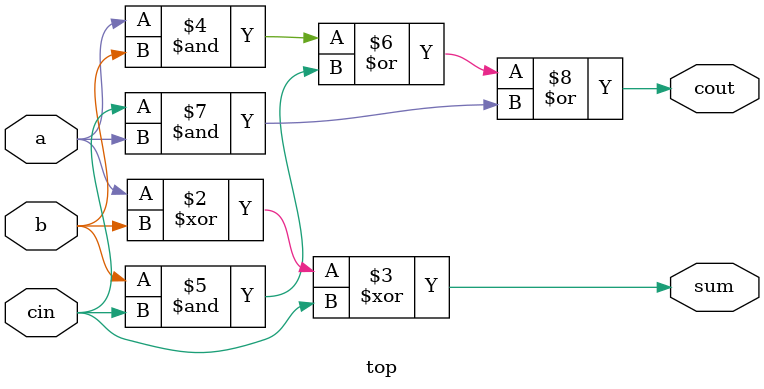
<source format=sv>
module top(
    input logic a,
    input logic b,
    input logic cin,
    output logic sum,
    output logic cout
);

    // Full Adder logic
    always_comb begin
        sum = a ^ b ^ cin;    // Sum is XOR of a, b, and cin
        cout = (a & b) | (b & cin) | (cin & a); // Carry out logic
    end

endmodule

</source>
